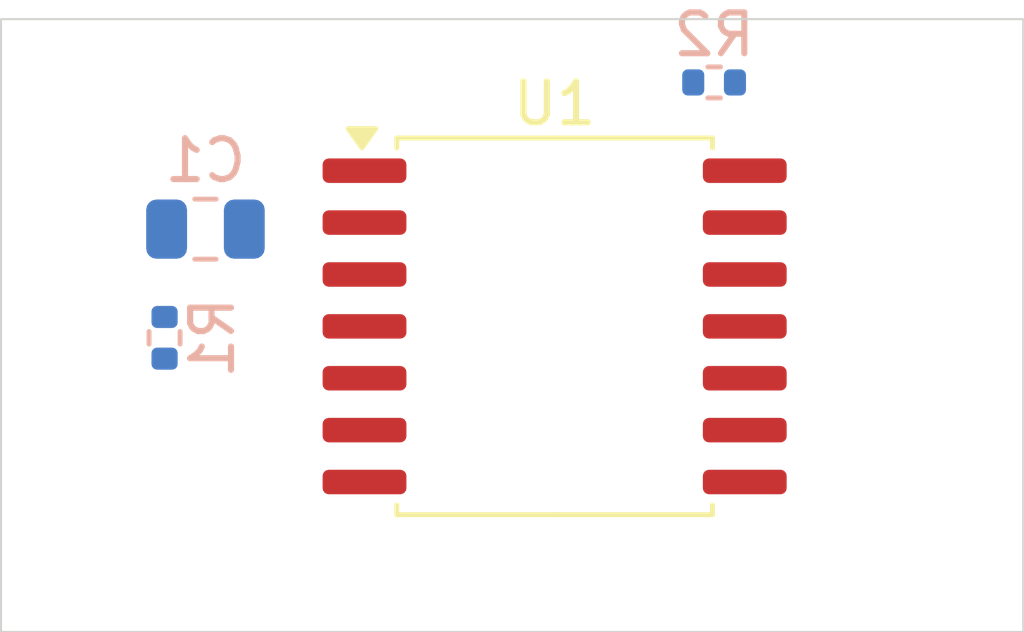
<source format=kicad_pcb>
(kicad_pcb (version 20241229) (generator "pcbnew") (generator_version "9.0")
  (layers (0 "F.Cu" signal) (4 "In1.Cu" signal) (6 "In2.Cu" signal) (2 "B.Cu" signal) (13 "F.Paste" user) (15 "B.Paste" user) (5 "F.SilkS" user "F.Silkscreen") (7 "B.SilkS" user "B.Silkscreen") (1 "F.Mask" user) (3 "B.Mask" user) (25 "Edge.Cuts" user))
  (net 0 "")
  (net 1 "GND")
  (net 2 "Net-(C1-Pad1)")
  (net 3 "VCC")
  (net 4 "Net-(U1-OUT)")
  (net 5 "Net-(U1-FB)")
  (footprint "Package_SO:SOIC-14W_7.5x9mm_P1.27mm" (layer "F.Cu") (at 118.54 77.52)
    (property "Reference" "U1" (at 0 -5.45 0) (layer "F.SilkS"))
    (property "Value" "LM2574HVM-3.3")
    (fp_line (start -3.86 -4.61) (end -3.86 -4.37) (stroke (width 0.12)) (layer "F.SilkS"))
    (fp_line (start -3.86 4.61) (end -3.86 4.37) (stroke (width 0.12)) (layer "F.SilkS"))
    (fp_line (start 0 -4.61) (end -3.86 -4.61) (stroke (width 0.12)) (layer "F.SilkS"))
    (fp_line (start 0 -4.61) (end 3.86 -4.61) (stroke (width 0.12)) (layer "F.SilkS"))
    (fp_line (start 0 4.61) (end -3.86 4.61) (stroke (width 0.12)) (layer "F.SilkS"))
    (fp_line (start 0 4.61) (end 3.86 4.61) (stroke (width 0.12)) (layer "F.SilkS"))
    (fp_line (start 3.86 -4.61) (end 3.86 -4.37) (stroke (width 0.12)) (layer "F.SilkS"))
    (fp_line (start 3.86 4.61) (end 3.86 4.37) (stroke (width 0.12)) (layer "F.SilkS"))
    (fp_poly (pts (xy -4.7125 -4.37) (xy -5.0525 -4.84) (xy -4.3725 -4.84)) (stroke (width 0.12)) (fill yes) (layer "F.SilkS"))
    (pad "1" smd roundrect (at -4.65 -3.81) (size 2.05 0.6) (layers "F.Cu" "F.Mask" "F.Paste"))
    (pad "2" smd roundrect (at -4.65 -2.54) (size 2.05 0.6) (layers "F.Cu" "F.Mask" "F.Paste"))
    (pad "3" smd roundrect (at -4.65 -1.27) (size 2.05 0.6) (layers "F.Cu" "F.Mask" "F.Paste") (net 5 "Net-(U1-FB)"))
    (pad "4" smd roundrect (at -4.65 0) (size 2.05 0.6) (layers "F.Cu" "F.Mask" "F.Paste") (net 1 "GND"))
    (pad "5" smd roundrect (at -4.65 1.27) (size 2.05 0.6) (layers "F.Cu" "F.Mask" "F.Paste") (net 3 "VCC"))
    (pad "6" smd roundrect (at -4.65 2.54) (size 2.05 0.6) (layers "F.Cu" "F.Mask" "F.Paste") (net 1 "GND"))
    (pad "7" smd roundrect (at -4.65 3.81) (size 2.05 0.6) (layers "F.Cu" "F.Mask" "F.Paste"))
    (pad "8" smd roundrect (at 4.65 3.81) (size 2.05 0.6) (layers "F.Cu" "F.Mask" "F.Paste"))
    (pad "9" smd roundrect (at 4.65 2.54) (size 2.05 0.6) (layers "F.Cu" "F.Mask" "F.Paste"))
    (pad "10" smd roundrect (at 4.65 1.27) (size 2.05 0.6) (layers "F.Cu" "F.Mask" "F.Paste") (net 3 "VCC"))
    (pad "11" smd roundrect (at 4.65 0) (size 2.05 0.6) (layers "F.Cu" "F.Mask" "F.Paste"))
    (pad "12" smd roundrect (at 4.65 -1.27) (size 2.05 0.6) (layers "F.Cu" "F.Mask" "F.Paste") (net 4 "Net-(U1-OUT)"))
    (pad "13" smd roundrect (at 4.65 -2.54) (size 2.05 0.6) (layers "F.Cu" "F.Mask" "F.Paste"))
    (pad "14" smd roundrect (at 4.65 -3.81) (size 2.05 0.6) (layers "F.Cu" "F.Mask" "F.Paste"))
  )
  (footprint "Capacitor_SMD:C_0805_2012Metric" (layer "B.Cu") (at 110 75.14 180)
    (property "Reference" "C1" (at 0 1.68 0) (layer "B.SilkS") (effects (justify mirror)))
    (property "Value" "C")
    (fp_line (start -0.261252 0.735) (end 0.261252 0.735) (stroke (width 0.12)) (layer "B.SilkS"))
    (fp_line (start -0.261252 -0.735) (end 0.261252 -0.735) (stroke (width 0.12)) (layer "B.SilkS"))
    (pad "1" smd roundrect (at -0.95 0 180) (size 1 1.45) (layers "B.Cu" "B.Mask" "B.Paste") (net 2 "Net-(C1-Pad1)"))
    (pad "2" smd roundrect (at 0.95 0 180) (size 1 1.45) (layers "B.Cu" "B.Mask" "B.Paste") (net 1 "GND"))
  )
  (footprint "Resistor_SMD:R_0402_1005Metric" (layer "B.Cu") (at 109 77.8 90)
    (property "Reference" "R1" (at 0 1.17 90) (layer "B.SilkS") (effects (justify mirror)))
    (property "Value" "R")
    (fp_line (start -0.153641 -0.38) (end 0.153641 -0.38) (stroke (width 0.12)) (layer "B.SilkS"))
    (fp_line (start -0.153641 0.38) (end 0.153641 0.38) (stroke (width 0.12)) (layer "B.SilkS"))
    (pad "1" smd roundrect (at -0.51 0 90) (size 0.54 0.64) (layers "B.Cu" "B.Mask" "B.Paste") (net 3 "VCC"))
    (pad "2" smd roundrect (at 0.51 0 90) (size 0.54 0.64) (layers "B.Cu" "B.Mask" "B.Paste") (net 2 "Net-(C1-Pad1)"))
  )
  (footprint "Resistor_SMD:R_0402_1005Metric" (layer "B.Cu") (at 122.44 71.55 180)
    (property "Reference" "R2" (at 0 1.17 0) (layer "B.SilkS") (effects (justify mirror)))
    (property "Value" "R")
    (fp_line (start -0.153641 0.38) (end 0.153641 0.38) (stroke (width 0.12)) (layer "B.SilkS"))
    (fp_line (start -0.153641 -0.38) (end 0.153641 -0.38) (stroke (width 0.12)) (layer "B.SilkS"))
    (pad "1" smd roundrect (at -0.51 0 180) (size 0.54 0.64) (layers "B.Cu" "B.Mask" "B.Paste") (net 5 "Net-(U1-FB)"))
    (pad "2" smd roundrect (at 0.51 0 180) (size 0.54 0.64) (layers "B.Cu" "B.Mask" "B.Paste") (net 4 "Net-(U1-OUT)"))
  )
  (gr_rect (start 105 70) (end 130 85) (stroke (width 0.05)) (fill no) (layer "Edge.Cuts"))
)
</source>
